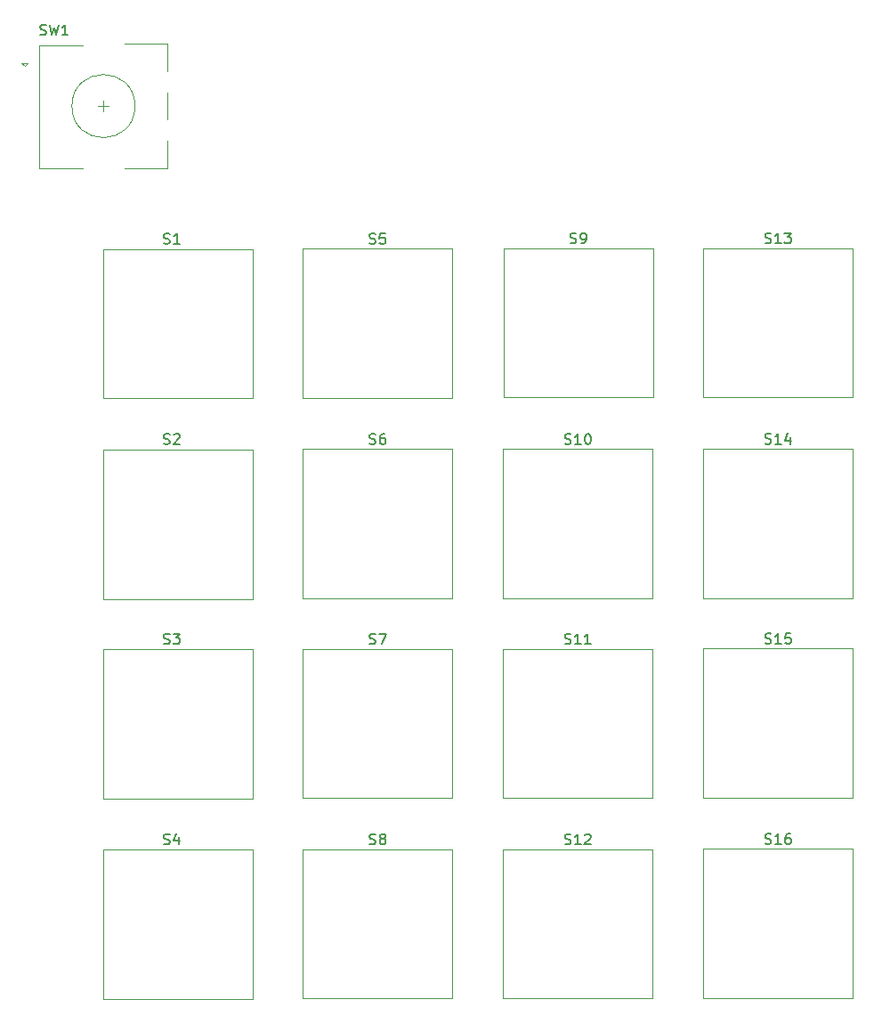
<source format=gbr>
%TF.GenerationSoftware,KiCad,Pcbnew,8.0.5*%
%TF.CreationDate,2024-10-27T13:39:58+01:00*%
%TF.ProjectId,V4.0HackPad,56342e30-4861-4636-9b50-61642e6b6963,3*%
%TF.SameCoordinates,Original*%
%TF.FileFunction,Legend,Top*%
%TF.FilePolarity,Positive*%
%FSLAX46Y46*%
G04 Gerber Fmt 4.6, Leading zero omitted, Abs format (unit mm)*
G04 Created by KiCad (PCBNEW 8.0.5) date 2024-10-27 13:39:58*
%MOMM*%
%LPD*%
G01*
G04 APERTURE LIST*
%ADD10C,0.150000*%
%ADD11C,0.120000*%
G04 APERTURE END LIST*
D10*
X93966667Y-50707200D02*
X94109524Y-50754819D01*
X94109524Y-50754819D02*
X94347619Y-50754819D01*
X94347619Y-50754819D02*
X94442857Y-50707200D01*
X94442857Y-50707200D02*
X94490476Y-50659580D01*
X94490476Y-50659580D02*
X94538095Y-50564342D01*
X94538095Y-50564342D02*
X94538095Y-50469104D01*
X94538095Y-50469104D02*
X94490476Y-50373866D01*
X94490476Y-50373866D02*
X94442857Y-50326247D01*
X94442857Y-50326247D02*
X94347619Y-50278628D01*
X94347619Y-50278628D02*
X94157143Y-50231009D01*
X94157143Y-50231009D02*
X94061905Y-50183390D01*
X94061905Y-50183390D02*
X94014286Y-50135771D01*
X94014286Y-50135771D02*
X93966667Y-50040533D01*
X93966667Y-50040533D02*
X93966667Y-49945295D01*
X93966667Y-49945295D02*
X94014286Y-49850057D01*
X94014286Y-49850057D02*
X94061905Y-49802438D01*
X94061905Y-49802438D02*
X94157143Y-49754819D01*
X94157143Y-49754819D02*
X94395238Y-49754819D01*
X94395238Y-49754819D02*
X94538095Y-49802438D01*
X94871429Y-49754819D02*
X95109524Y-50754819D01*
X95109524Y-50754819D02*
X95300000Y-50040533D01*
X95300000Y-50040533D02*
X95490476Y-50754819D01*
X95490476Y-50754819D02*
X95728572Y-49754819D01*
X96633333Y-50754819D02*
X96061905Y-50754819D01*
X96347619Y-50754819D02*
X96347619Y-49754819D01*
X96347619Y-49754819D02*
X96252381Y-49897676D01*
X96252381Y-49897676D02*
X96157143Y-49992914D01*
X96157143Y-49992914D02*
X96061905Y-50040533D01*
X162931905Y-89577200D02*
X163074762Y-89624819D01*
X163074762Y-89624819D02*
X163312857Y-89624819D01*
X163312857Y-89624819D02*
X163408095Y-89577200D01*
X163408095Y-89577200D02*
X163455714Y-89529580D01*
X163455714Y-89529580D02*
X163503333Y-89434342D01*
X163503333Y-89434342D02*
X163503333Y-89339104D01*
X163503333Y-89339104D02*
X163455714Y-89243866D01*
X163455714Y-89243866D02*
X163408095Y-89196247D01*
X163408095Y-89196247D02*
X163312857Y-89148628D01*
X163312857Y-89148628D02*
X163122381Y-89101009D01*
X163122381Y-89101009D02*
X163027143Y-89053390D01*
X163027143Y-89053390D02*
X162979524Y-89005771D01*
X162979524Y-89005771D02*
X162931905Y-88910533D01*
X162931905Y-88910533D02*
X162931905Y-88815295D01*
X162931905Y-88815295D02*
X162979524Y-88720057D01*
X162979524Y-88720057D02*
X163027143Y-88672438D01*
X163027143Y-88672438D02*
X163122381Y-88624819D01*
X163122381Y-88624819D02*
X163360476Y-88624819D01*
X163360476Y-88624819D02*
X163503333Y-88672438D01*
X164455714Y-89624819D02*
X163884286Y-89624819D01*
X164170000Y-89624819D02*
X164170000Y-88624819D01*
X164170000Y-88624819D02*
X164074762Y-88767676D01*
X164074762Y-88767676D02*
X163979524Y-88862914D01*
X163979524Y-88862914D02*
X163884286Y-88910533D01*
X165312857Y-88958152D02*
X165312857Y-89624819D01*
X165074762Y-88577200D02*
X164836667Y-89291485D01*
X164836667Y-89291485D02*
X165455714Y-89291485D01*
X105728095Y-89617200D02*
X105870952Y-89664819D01*
X105870952Y-89664819D02*
X106109047Y-89664819D01*
X106109047Y-89664819D02*
X106204285Y-89617200D01*
X106204285Y-89617200D02*
X106251904Y-89569580D01*
X106251904Y-89569580D02*
X106299523Y-89474342D01*
X106299523Y-89474342D02*
X106299523Y-89379104D01*
X106299523Y-89379104D02*
X106251904Y-89283866D01*
X106251904Y-89283866D02*
X106204285Y-89236247D01*
X106204285Y-89236247D02*
X106109047Y-89188628D01*
X106109047Y-89188628D02*
X105918571Y-89141009D01*
X105918571Y-89141009D02*
X105823333Y-89093390D01*
X105823333Y-89093390D02*
X105775714Y-89045771D01*
X105775714Y-89045771D02*
X105728095Y-88950533D01*
X105728095Y-88950533D02*
X105728095Y-88855295D01*
X105728095Y-88855295D02*
X105775714Y-88760057D01*
X105775714Y-88760057D02*
X105823333Y-88712438D01*
X105823333Y-88712438D02*
X105918571Y-88664819D01*
X105918571Y-88664819D02*
X106156666Y-88664819D01*
X106156666Y-88664819D02*
X106299523Y-88712438D01*
X106680476Y-88760057D02*
X106728095Y-88712438D01*
X106728095Y-88712438D02*
X106823333Y-88664819D01*
X106823333Y-88664819D02*
X107061428Y-88664819D01*
X107061428Y-88664819D02*
X107156666Y-88712438D01*
X107156666Y-88712438D02*
X107204285Y-88760057D01*
X107204285Y-88760057D02*
X107251904Y-88855295D01*
X107251904Y-88855295D02*
X107251904Y-88950533D01*
X107251904Y-88950533D02*
X107204285Y-89093390D01*
X107204285Y-89093390D02*
X106632857Y-89664819D01*
X106632857Y-89664819D02*
X107251904Y-89664819D01*
X143881905Y-108617200D02*
X144024762Y-108664819D01*
X144024762Y-108664819D02*
X144262857Y-108664819D01*
X144262857Y-108664819D02*
X144358095Y-108617200D01*
X144358095Y-108617200D02*
X144405714Y-108569580D01*
X144405714Y-108569580D02*
X144453333Y-108474342D01*
X144453333Y-108474342D02*
X144453333Y-108379104D01*
X144453333Y-108379104D02*
X144405714Y-108283866D01*
X144405714Y-108283866D02*
X144358095Y-108236247D01*
X144358095Y-108236247D02*
X144262857Y-108188628D01*
X144262857Y-108188628D02*
X144072381Y-108141009D01*
X144072381Y-108141009D02*
X143977143Y-108093390D01*
X143977143Y-108093390D02*
X143929524Y-108045771D01*
X143929524Y-108045771D02*
X143881905Y-107950533D01*
X143881905Y-107950533D02*
X143881905Y-107855295D01*
X143881905Y-107855295D02*
X143929524Y-107760057D01*
X143929524Y-107760057D02*
X143977143Y-107712438D01*
X143977143Y-107712438D02*
X144072381Y-107664819D01*
X144072381Y-107664819D02*
X144310476Y-107664819D01*
X144310476Y-107664819D02*
X144453333Y-107712438D01*
X145405714Y-108664819D02*
X144834286Y-108664819D01*
X145120000Y-108664819D02*
X145120000Y-107664819D01*
X145120000Y-107664819D02*
X145024762Y-107807676D01*
X145024762Y-107807676D02*
X144929524Y-107902914D01*
X144929524Y-107902914D02*
X144834286Y-107950533D01*
X146358095Y-108664819D02*
X145786667Y-108664819D01*
X146072381Y-108664819D02*
X146072381Y-107664819D01*
X146072381Y-107664819D02*
X145977143Y-107807676D01*
X145977143Y-107807676D02*
X145881905Y-107902914D01*
X145881905Y-107902914D02*
X145786667Y-107950533D01*
X143881905Y-89617200D02*
X144024762Y-89664819D01*
X144024762Y-89664819D02*
X144262857Y-89664819D01*
X144262857Y-89664819D02*
X144358095Y-89617200D01*
X144358095Y-89617200D02*
X144405714Y-89569580D01*
X144405714Y-89569580D02*
X144453333Y-89474342D01*
X144453333Y-89474342D02*
X144453333Y-89379104D01*
X144453333Y-89379104D02*
X144405714Y-89283866D01*
X144405714Y-89283866D02*
X144358095Y-89236247D01*
X144358095Y-89236247D02*
X144262857Y-89188628D01*
X144262857Y-89188628D02*
X144072381Y-89141009D01*
X144072381Y-89141009D02*
X143977143Y-89093390D01*
X143977143Y-89093390D02*
X143929524Y-89045771D01*
X143929524Y-89045771D02*
X143881905Y-88950533D01*
X143881905Y-88950533D02*
X143881905Y-88855295D01*
X143881905Y-88855295D02*
X143929524Y-88760057D01*
X143929524Y-88760057D02*
X143977143Y-88712438D01*
X143977143Y-88712438D02*
X144072381Y-88664819D01*
X144072381Y-88664819D02*
X144310476Y-88664819D01*
X144310476Y-88664819D02*
X144453333Y-88712438D01*
X145405714Y-89664819D02*
X144834286Y-89664819D01*
X145120000Y-89664819D02*
X145120000Y-88664819D01*
X145120000Y-88664819D02*
X145024762Y-88807676D01*
X145024762Y-88807676D02*
X144929524Y-88902914D01*
X144929524Y-88902914D02*
X144834286Y-88950533D01*
X146024762Y-88664819D02*
X146120000Y-88664819D01*
X146120000Y-88664819D02*
X146215238Y-88712438D01*
X146215238Y-88712438D02*
X146262857Y-88760057D01*
X146262857Y-88760057D02*
X146310476Y-88855295D01*
X146310476Y-88855295D02*
X146358095Y-89045771D01*
X146358095Y-89045771D02*
X146358095Y-89283866D01*
X146358095Y-89283866D02*
X146310476Y-89474342D01*
X146310476Y-89474342D02*
X146262857Y-89569580D01*
X146262857Y-89569580D02*
X146215238Y-89617200D01*
X146215238Y-89617200D02*
X146120000Y-89664819D01*
X146120000Y-89664819D02*
X146024762Y-89664819D01*
X146024762Y-89664819D02*
X145929524Y-89617200D01*
X145929524Y-89617200D02*
X145881905Y-89569580D01*
X145881905Y-89569580D02*
X145834286Y-89474342D01*
X145834286Y-89474342D02*
X145786667Y-89283866D01*
X145786667Y-89283866D02*
X145786667Y-89045771D01*
X145786667Y-89045771D02*
X145834286Y-88855295D01*
X145834286Y-88855295D02*
X145881905Y-88760057D01*
X145881905Y-88760057D02*
X145929524Y-88712438D01*
X145929524Y-88712438D02*
X146024762Y-88664819D01*
X125308095Y-70557200D02*
X125450952Y-70604819D01*
X125450952Y-70604819D02*
X125689047Y-70604819D01*
X125689047Y-70604819D02*
X125784285Y-70557200D01*
X125784285Y-70557200D02*
X125831904Y-70509580D01*
X125831904Y-70509580D02*
X125879523Y-70414342D01*
X125879523Y-70414342D02*
X125879523Y-70319104D01*
X125879523Y-70319104D02*
X125831904Y-70223866D01*
X125831904Y-70223866D02*
X125784285Y-70176247D01*
X125784285Y-70176247D02*
X125689047Y-70128628D01*
X125689047Y-70128628D02*
X125498571Y-70081009D01*
X125498571Y-70081009D02*
X125403333Y-70033390D01*
X125403333Y-70033390D02*
X125355714Y-69985771D01*
X125355714Y-69985771D02*
X125308095Y-69890533D01*
X125308095Y-69890533D02*
X125308095Y-69795295D01*
X125308095Y-69795295D02*
X125355714Y-69700057D01*
X125355714Y-69700057D02*
X125403333Y-69652438D01*
X125403333Y-69652438D02*
X125498571Y-69604819D01*
X125498571Y-69604819D02*
X125736666Y-69604819D01*
X125736666Y-69604819D02*
X125879523Y-69652438D01*
X126784285Y-69604819D02*
X126308095Y-69604819D01*
X126308095Y-69604819D02*
X126260476Y-70081009D01*
X126260476Y-70081009D02*
X126308095Y-70033390D01*
X126308095Y-70033390D02*
X126403333Y-69985771D01*
X126403333Y-69985771D02*
X126641428Y-69985771D01*
X126641428Y-69985771D02*
X126736666Y-70033390D01*
X126736666Y-70033390D02*
X126784285Y-70081009D01*
X126784285Y-70081009D02*
X126831904Y-70176247D01*
X126831904Y-70176247D02*
X126831904Y-70414342D01*
X126831904Y-70414342D02*
X126784285Y-70509580D01*
X126784285Y-70509580D02*
X126736666Y-70557200D01*
X126736666Y-70557200D02*
X126641428Y-70604819D01*
X126641428Y-70604819D02*
X126403333Y-70604819D01*
X126403333Y-70604819D02*
X126308095Y-70557200D01*
X126308095Y-70557200D02*
X126260476Y-70509580D01*
X162931905Y-108577200D02*
X163074762Y-108624819D01*
X163074762Y-108624819D02*
X163312857Y-108624819D01*
X163312857Y-108624819D02*
X163408095Y-108577200D01*
X163408095Y-108577200D02*
X163455714Y-108529580D01*
X163455714Y-108529580D02*
X163503333Y-108434342D01*
X163503333Y-108434342D02*
X163503333Y-108339104D01*
X163503333Y-108339104D02*
X163455714Y-108243866D01*
X163455714Y-108243866D02*
X163408095Y-108196247D01*
X163408095Y-108196247D02*
X163312857Y-108148628D01*
X163312857Y-108148628D02*
X163122381Y-108101009D01*
X163122381Y-108101009D02*
X163027143Y-108053390D01*
X163027143Y-108053390D02*
X162979524Y-108005771D01*
X162979524Y-108005771D02*
X162931905Y-107910533D01*
X162931905Y-107910533D02*
X162931905Y-107815295D01*
X162931905Y-107815295D02*
X162979524Y-107720057D01*
X162979524Y-107720057D02*
X163027143Y-107672438D01*
X163027143Y-107672438D02*
X163122381Y-107624819D01*
X163122381Y-107624819D02*
X163360476Y-107624819D01*
X163360476Y-107624819D02*
X163503333Y-107672438D01*
X164455714Y-108624819D02*
X163884286Y-108624819D01*
X164170000Y-108624819D02*
X164170000Y-107624819D01*
X164170000Y-107624819D02*
X164074762Y-107767676D01*
X164074762Y-107767676D02*
X163979524Y-107862914D01*
X163979524Y-107862914D02*
X163884286Y-107910533D01*
X165360476Y-107624819D02*
X164884286Y-107624819D01*
X164884286Y-107624819D02*
X164836667Y-108101009D01*
X164836667Y-108101009D02*
X164884286Y-108053390D01*
X164884286Y-108053390D02*
X164979524Y-108005771D01*
X164979524Y-108005771D02*
X165217619Y-108005771D01*
X165217619Y-108005771D02*
X165312857Y-108053390D01*
X165312857Y-108053390D02*
X165360476Y-108101009D01*
X165360476Y-108101009D02*
X165408095Y-108196247D01*
X165408095Y-108196247D02*
X165408095Y-108434342D01*
X165408095Y-108434342D02*
X165360476Y-108529580D01*
X165360476Y-108529580D02*
X165312857Y-108577200D01*
X165312857Y-108577200D02*
X165217619Y-108624819D01*
X165217619Y-108624819D02*
X164979524Y-108624819D01*
X164979524Y-108624819D02*
X164884286Y-108577200D01*
X164884286Y-108577200D02*
X164836667Y-108529580D01*
X162931905Y-127617200D02*
X163074762Y-127664819D01*
X163074762Y-127664819D02*
X163312857Y-127664819D01*
X163312857Y-127664819D02*
X163408095Y-127617200D01*
X163408095Y-127617200D02*
X163455714Y-127569580D01*
X163455714Y-127569580D02*
X163503333Y-127474342D01*
X163503333Y-127474342D02*
X163503333Y-127379104D01*
X163503333Y-127379104D02*
X163455714Y-127283866D01*
X163455714Y-127283866D02*
X163408095Y-127236247D01*
X163408095Y-127236247D02*
X163312857Y-127188628D01*
X163312857Y-127188628D02*
X163122381Y-127141009D01*
X163122381Y-127141009D02*
X163027143Y-127093390D01*
X163027143Y-127093390D02*
X162979524Y-127045771D01*
X162979524Y-127045771D02*
X162931905Y-126950533D01*
X162931905Y-126950533D02*
X162931905Y-126855295D01*
X162931905Y-126855295D02*
X162979524Y-126760057D01*
X162979524Y-126760057D02*
X163027143Y-126712438D01*
X163027143Y-126712438D02*
X163122381Y-126664819D01*
X163122381Y-126664819D02*
X163360476Y-126664819D01*
X163360476Y-126664819D02*
X163503333Y-126712438D01*
X164455714Y-127664819D02*
X163884286Y-127664819D01*
X164170000Y-127664819D02*
X164170000Y-126664819D01*
X164170000Y-126664819D02*
X164074762Y-126807676D01*
X164074762Y-126807676D02*
X163979524Y-126902914D01*
X163979524Y-126902914D02*
X163884286Y-126950533D01*
X165312857Y-126664819D02*
X165122381Y-126664819D01*
X165122381Y-126664819D02*
X165027143Y-126712438D01*
X165027143Y-126712438D02*
X164979524Y-126760057D01*
X164979524Y-126760057D02*
X164884286Y-126902914D01*
X164884286Y-126902914D02*
X164836667Y-127093390D01*
X164836667Y-127093390D02*
X164836667Y-127474342D01*
X164836667Y-127474342D02*
X164884286Y-127569580D01*
X164884286Y-127569580D02*
X164931905Y-127617200D01*
X164931905Y-127617200D02*
X165027143Y-127664819D01*
X165027143Y-127664819D02*
X165217619Y-127664819D01*
X165217619Y-127664819D02*
X165312857Y-127617200D01*
X165312857Y-127617200D02*
X165360476Y-127569580D01*
X165360476Y-127569580D02*
X165408095Y-127474342D01*
X165408095Y-127474342D02*
X165408095Y-127236247D01*
X165408095Y-127236247D02*
X165360476Y-127141009D01*
X165360476Y-127141009D02*
X165312857Y-127093390D01*
X165312857Y-127093390D02*
X165217619Y-127045771D01*
X165217619Y-127045771D02*
X165027143Y-127045771D01*
X165027143Y-127045771D02*
X164931905Y-127093390D01*
X164931905Y-127093390D02*
X164884286Y-127141009D01*
X164884286Y-127141009D02*
X164836667Y-127236247D01*
X162931905Y-70517200D02*
X163074762Y-70564819D01*
X163074762Y-70564819D02*
X163312857Y-70564819D01*
X163312857Y-70564819D02*
X163408095Y-70517200D01*
X163408095Y-70517200D02*
X163455714Y-70469580D01*
X163455714Y-70469580D02*
X163503333Y-70374342D01*
X163503333Y-70374342D02*
X163503333Y-70279104D01*
X163503333Y-70279104D02*
X163455714Y-70183866D01*
X163455714Y-70183866D02*
X163408095Y-70136247D01*
X163408095Y-70136247D02*
X163312857Y-70088628D01*
X163312857Y-70088628D02*
X163122381Y-70041009D01*
X163122381Y-70041009D02*
X163027143Y-69993390D01*
X163027143Y-69993390D02*
X162979524Y-69945771D01*
X162979524Y-69945771D02*
X162931905Y-69850533D01*
X162931905Y-69850533D02*
X162931905Y-69755295D01*
X162931905Y-69755295D02*
X162979524Y-69660057D01*
X162979524Y-69660057D02*
X163027143Y-69612438D01*
X163027143Y-69612438D02*
X163122381Y-69564819D01*
X163122381Y-69564819D02*
X163360476Y-69564819D01*
X163360476Y-69564819D02*
X163503333Y-69612438D01*
X164455714Y-70564819D02*
X163884286Y-70564819D01*
X164170000Y-70564819D02*
X164170000Y-69564819D01*
X164170000Y-69564819D02*
X164074762Y-69707676D01*
X164074762Y-69707676D02*
X163979524Y-69802914D01*
X163979524Y-69802914D02*
X163884286Y-69850533D01*
X164789048Y-69564819D02*
X165408095Y-69564819D01*
X165408095Y-69564819D02*
X165074762Y-69945771D01*
X165074762Y-69945771D02*
X165217619Y-69945771D01*
X165217619Y-69945771D02*
X165312857Y-69993390D01*
X165312857Y-69993390D02*
X165360476Y-70041009D01*
X165360476Y-70041009D02*
X165408095Y-70136247D01*
X165408095Y-70136247D02*
X165408095Y-70374342D01*
X165408095Y-70374342D02*
X165360476Y-70469580D01*
X165360476Y-70469580D02*
X165312857Y-70517200D01*
X165312857Y-70517200D02*
X165217619Y-70564819D01*
X165217619Y-70564819D02*
X164931905Y-70564819D01*
X164931905Y-70564819D02*
X164836667Y-70517200D01*
X164836667Y-70517200D02*
X164789048Y-70469580D01*
X125318095Y-127657200D02*
X125460952Y-127704819D01*
X125460952Y-127704819D02*
X125699047Y-127704819D01*
X125699047Y-127704819D02*
X125794285Y-127657200D01*
X125794285Y-127657200D02*
X125841904Y-127609580D01*
X125841904Y-127609580D02*
X125889523Y-127514342D01*
X125889523Y-127514342D02*
X125889523Y-127419104D01*
X125889523Y-127419104D02*
X125841904Y-127323866D01*
X125841904Y-127323866D02*
X125794285Y-127276247D01*
X125794285Y-127276247D02*
X125699047Y-127228628D01*
X125699047Y-127228628D02*
X125508571Y-127181009D01*
X125508571Y-127181009D02*
X125413333Y-127133390D01*
X125413333Y-127133390D02*
X125365714Y-127085771D01*
X125365714Y-127085771D02*
X125318095Y-126990533D01*
X125318095Y-126990533D02*
X125318095Y-126895295D01*
X125318095Y-126895295D02*
X125365714Y-126800057D01*
X125365714Y-126800057D02*
X125413333Y-126752438D01*
X125413333Y-126752438D02*
X125508571Y-126704819D01*
X125508571Y-126704819D02*
X125746666Y-126704819D01*
X125746666Y-126704819D02*
X125889523Y-126752438D01*
X126460952Y-127133390D02*
X126365714Y-127085771D01*
X126365714Y-127085771D02*
X126318095Y-127038152D01*
X126318095Y-127038152D02*
X126270476Y-126942914D01*
X126270476Y-126942914D02*
X126270476Y-126895295D01*
X126270476Y-126895295D02*
X126318095Y-126800057D01*
X126318095Y-126800057D02*
X126365714Y-126752438D01*
X126365714Y-126752438D02*
X126460952Y-126704819D01*
X126460952Y-126704819D02*
X126651428Y-126704819D01*
X126651428Y-126704819D02*
X126746666Y-126752438D01*
X126746666Y-126752438D02*
X126794285Y-126800057D01*
X126794285Y-126800057D02*
X126841904Y-126895295D01*
X126841904Y-126895295D02*
X126841904Y-126942914D01*
X126841904Y-126942914D02*
X126794285Y-127038152D01*
X126794285Y-127038152D02*
X126746666Y-127085771D01*
X126746666Y-127085771D02*
X126651428Y-127133390D01*
X126651428Y-127133390D02*
X126460952Y-127133390D01*
X126460952Y-127133390D02*
X126365714Y-127181009D01*
X126365714Y-127181009D02*
X126318095Y-127228628D01*
X126318095Y-127228628D02*
X126270476Y-127323866D01*
X126270476Y-127323866D02*
X126270476Y-127514342D01*
X126270476Y-127514342D02*
X126318095Y-127609580D01*
X126318095Y-127609580D02*
X126365714Y-127657200D01*
X126365714Y-127657200D02*
X126460952Y-127704819D01*
X126460952Y-127704819D02*
X126651428Y-127704819D01*
X126651428Y-127704819D02*
X126746666Y-127657200D01*
X126746666Y-127657200D02*
X126794285Y-127609580D01*
X126794285Y-127609580D02*
X126841904Y-127514342D01*
X126841904Y-127514342D02*
X126841904Y-127323866D01*
X126841904Y-127323866D02*
X126794285Y-127228628D01*
X126794285Y-127228628D02*
X126746666Y-127181009D01*
X126746666Y-127181009D02*
X126651428Y-127133390D01*
X105728095Y-108617200D02*
X105870952Y-108664819D01*
X105870952Y-108664819D02*
X106109047Y-108664819D01*
X106109047Y-108664819D02*
X106204285Y-108617200D01*
X106204285Y-108617200D02*
X106251904Y-108569580D01*
X106251904Y-108569580D02*
X106299523Y-108474342D01*
X106299523Y-108474342D02*
X106299523Y-108379104D01*
X106299523Y-108379104D02*
X106251904Y-108283866D01*
X106251904Y-108283866D02*
X106204285Y-108236247D01*
X106204285Y-108236247D02*
X106109047Y-108188628D01*
X106109047Y-108188628D02*
X105918571Y-108141009D01*
X105918571Y-108141009D02*
X105823333Y-108093390D01*
X105823333Y-108093390D02*
X105775714Y-108045771D01*
X105775714Y-108045771D02*
X105728095Y-107950533D01*
X105728095Y-107950533D02*
X105728095Y-107855295D01*
X105728095Y-107855295D02*
X105775714Y-107760057D01*
X105775714Y-107760057D02*
X105823333Y-107712438D01*
X105823333Y-107712438D02*
X105918571Y-107664819D01*
X105918571Y-107664819D02*
X106156666Y-107664819D01*
X106156666Y-107664819D02*
X106299523Y-107712438D01*
X106632857Y-107664819D02*
X107251904Y-107664819D01*
X107251904Y-107664819D02*
X106918571Y-108045771D01*
X106918571Y-108045771D02*
X107061428Y-108045771D01*
X107061428Y-108045771D02*
X107156666Y-108093390D01*
X107156666Y-108093390D02*
X107204285Y-108141009D01*
X107204285Y-108141009D02*
X107251904Y-108236247D01*
X107251904Y-108236247D02*
X107251904Y-108474342D01*
X107251904Y-108474342D02*
X107204285Y-108569580D01*
X107204285Y-108569580D02*
X107156666Y-108617200D01*
X107156666Y-108617200D02*
X107061428Y-108664819D01*
X107061428Y-108664819D02*
X106775714Y-108664819D01*
X106775714Y-108664819D02*
X106680476Y-108617200D01*
X106680476Y-108617200D02*
X106632857Y-108569580D01*
X105728095Y-127657200D02*
X105870952Y-127704819D01*
X105870952Y-127704819D02*
X106109047Y-127704819D01*
X106109047Y-127704819D02*
X106204285Y-127657200D01*
X106204285Y-127657200D02*
X106251904Y-127609580D01*
X106251904Y-127609580D02*
X106299523Y-127514342D01*
X106299523Y-127514342D02*
X106299523Y-127419104D01*
X106299523Y-127419104D02*
X106251904Y-127323866D01*
X106251904Y-127323866D02*
X106204285Y-127276247D01*
X106204285Y-127276247D02*
X106109047Y-127228628D01*
X106109047Y-127228628D02*
X105918571Y-127181009D01*
X105918571Y-127181009D02*
X105823333Y-127133390D01*
X105823333Y-127133390D02*
X105775714Y-127085771D01*
X105775714Y-127085771D02*
X105728095Y-126990533D01*
X105728095Y-126990533D02*
X105728095Y-126895295D01*
X105728095Y-126895295D02*
X105775714Y-126800057D01*
X105775714Y-126800057D02*
X105823333Y-126752438D01*
X105823333Y-126752438D02*
X105918571Y-126704819D01*
X105918571Y-126704819D02*
X106156666Y-126704819D01*
X106156666Y-126704819D02*
X106299523Y-126752438D01*
X107156666Y-127038152D02*
X107156666Y-127704819D01*
X106918571Y-126657200D02*
X106680476Y-127371485D01*
X106680476Y-127371485D02*
X107299523Y-127371485D01*
X143881905Y-127657200D02*
X144024762Y-127704819D01*
X144024762Y-127704819D02*
X144262857Y-127704819D01*
X144262857Y-127704819D02*
X144358095Y-127657200D01*
X144358095Y-127657200D02*
X144405714Y-127609580D01*
X144405714Y-127609580D02*
X144453333Y-127514342D01*
X144453333Y-127514342D02*
X144453333Y-127419104D01*
X144453333Y-127419104D02*
X144405714Y-127323866D01*
X144405714Y-127323866D02*
X144358095Y-127276247D01*
X144358095Y-127276247D02*
X144262857Y-127228628D01*
X144262857Y-127228628D02*
X144072381Y-127181009D01*
X144072381Y-127181009D02*
X143977143Y-127133390D01*
X143977143Y-127133390D02*
X143929524Y-127085771D01*
X143929524Y-127085771D02*
X143881905Y-126990533D01*
X143881905Y-126990533D02*
X143881905Y-126895295D01*
X143881905Y-126895295D02*
X143929524Y-126800057D01*
X143929524Y-126800057D02*
X143977143Y-126752438D01*
X143977143Y-126752438D02*
X144072381Y-126704819D01*
X144072381Y-126704819D02*
X144310476Y-126704819D01*
X144310476Y-126704819D02*
X144453333Y-126752438D01*
X145405714Y-127704819D02*
X144834286Y-127704819D01*
X145120000Y-127704819D02*
X145120000Y-126704819D01*
X145120000Y-126704819D02*
X145024762Y-126847676D01*
X145024762Y-126847676D02*
X144929524Y-126942914D01*
X144929524Y-126942914D02*
X144834286Y-126990533D01*
X145786667Y-126800057D02*
X145834286Y-126752438D01*
X145834286Y-126752438D02*
X145929524Y-126704819D01*
X145929524Y-126704819D02*
X146167619Y-126704819D01*
X146167619Y-126704819D02*
X146262857Y-126752438D01*
X146262857Y-126752438D02*
X146310476Y-126800057D01*
X146310476Y-126800057D02*
X146358095Y-126895295D01*
X146358095Y-126895295D02*
X146358095Y-126990533D01*
X146358095Y-126990533D02*
X146310476Y-127133390D01*
X146310476Y-127133390D02*
X145739048Y-127704819D01*
X145739048Y-127704819D02*
X146358095Y-127704819D01*
X125318095Y-89617200D02*
X125460952Y-89664819D01*
X125460952Y-89664819D02*
X125699047Y-89664819D01*
X125699047Y-89664819D02*
X125794285Y-89617200D01*
X125794285Y-89617200D02*
X125841904Y-89569580D01*
X125841904Y-89569580D02*
X125889523Y-89474342D01*
X125889523Y-89474342D02*
X125889523Y-89379104D01*
X125889523Y-89379104D02*
X125841904Y-89283866D01*
X125841904Y-89283866D02*
X125794285Y-89236247D01*
X125794285Y-89236247D02*
X125699047Y-89188628D01*
X125699047Y-89188628D02*
X125508571Y-89141009D01*
X125508571Y-89141009D02*
X125413333Y-89093390D01*
X125413333Y-89093390D02*
X125365714Y-89045771D01*
X125365714Y-89045771D02*
X125318095Y-88950533D01*
X125318095Y-88950533D02*
X125318095Y-88855295D01*
X125318095Y-88855295D02*
X125365714Y-88760057D01*
X125365714Y-88760057D02*
X125413333Y-88712438D01*
X125413333Y-88712438D02*
X125508571Y-88664819D01*
X125508571Y-88664819D02*
X125746666Y-88664819D01*
X125746666Y-88664819D02*
X125889523Y-88712438D01*
X126746666Y-88664819D02*
X126556190Y-88664819D01*
X126556190Y-88664819D02*
X126460952Y-88712438D01*
X126460952Y-88712438D02*
X126413333Y-88760057D01*
X126413333Y-88760057D02*
X126318095Y-88902914D01*
X126318095Y-88902914D02*
X126270476Y-89093390D01*
X126270476Y-89093390D02*
X126270476Y-89474342D01*
X126270476Y-89474342D02*
X126318095Y-89569580D01*
X126318095Y-89569580D02*
X126365714Y-89617200D01*
X126365714Y-89617200D02*
X126460952Y-89664819D01*
X126460952Y-89664819D02*
X126651428Y-89664819D01*
X126651428Y-89664819D02*
X126746666Y-89617200D01*
X126746666Y-89617200D02*
X126794285Y-89569580D01*
X126794285Y-89569580D02*
X126841904Y-89474342D01*
X126841904Y-89474342D02*
X126841904Y-89236247D01*
X126841904Y-89236247D02*
X126794285Y-89141009D01*
X126794285Y-89141009D02*
X126746666Y-89093390D01*
X126746666Y-89093390D02*
X126651428Y-89045771D01*
X126651428Y-89045771D02*
X126460952Y-89045771D01*
X126460952Y-89045771D02*
X126365714Y-89093390D01*
X126365714Y-89093390D02*
X126318095Y-89141009D01*
X126318095Y-89141009D02*
X126270476Y-89236247D01*
X105728095Y-70557200D02*
X105870952Y-70604819D01*
X105870952Y-70604819D02*
X106109047Y-70604819D01*
X106109047Y-70604819D02*
X106204285Y-70557200D01*
X106204285Y-70557200D02*
X106251904Y-70509580D01*
X106251904Y-70509580D02*
X106299523Y-70414342D01*
X106299523Y-70414342D02*
X106299523Y-70319104D01*
X106299523Y-70319104D02*
X106251904Y-70223866D01*
X106251904Y-70223866D02*
X106204285Y-70176247D01*
X106204285Y-70176247D02*
X106109047Y-70128628D01*
X106109047Y-70128628D02*
X105918571Y-70081009D01*
X105918571Y-70081009D02*
X105823333Y-70033390D01*
X105823333Y-70033390D02*
X105775714Y-69985771D01*
X105775714Y-69985771D02*
X105728095Y-69890533D01*
X105728095Y-69890533D02*
X105728095Y-69795295D01*
X105728095Y-69795295D02*
X105775714Y-69700057D01*
X105775714Y-69700057D02*
X105823333Y-69652438D01*
X105823333Y-69652438D02*
X105918571Y-69604819D01*
X105918571Y-69604819D02*
X106156666Y-69604819D01*
X106156666Y-69604819D02*
X106299523Y-69652438D01*
X107251904Y-70604819D02*
X106680476Y-70604819D01*
X106966190Y-70604819D02*
X106966190Y-69604819D01*
X106966190Y-69604819D02*
X106870952Y-69747676D01*
X106870952Y-69747676D02*
X106775714Y-69842914D01*
X106775714Y-69842914D02*
X106680476Y-69890533D01*
X125318095Y-108617200D02*
X125460952Y-108664819D01*
X125460952Y-108664819D02*
X125699047Y-108664819D01*
X125699047Y-108664819D02*
X125794285Y-108617200D01*
X125794285Y-108617200D02*
X125841904Y-108569580D01*
X125841904Y-108569580D02*
X125889523Y-108474342D01*
X125889523Y-108474342D02*
X125889523Y-108379104D01*
X125889523Y-108379104D02*
X125841904Y-108283866D01*
X125841904Y-108283866D02*
X125794285Y-108236247D01*
X125794285Y-108236247D02*
X125699047Y-108188628D01*
X125699047Y-108188628D02*
X125508571Y-108141009D01*
X125508571Y-108141009D02*
X125413333Y-108093390D01*
X125413333Y-108093390D02*
X125365714Y-108045771D01*
X125365714Y-108045771D02*
X125318095Y-107950533D01*
X125318095Y-107950533D02*
X125318095Y-107855295D01*
X125318095Y-107855295D02*
X125365714Y-107760057D01*
X125365714Y-107760057D02*
X125413333Y-107712438D01*
X125413333Y-107712438D02*
X125508571Y-107664819D01*
X125508571Y-107664819D02*
X125746666Y-107664819D01*
X125746666Y-107664819D02*
X125889523Y-107712438D01*
X126222857Y-107664819D02*
X126889523Y-107664819D01*
X126889523Y-107664819D02*
X126460952Y-108664819D01*
X144408095Y-70517200D02*
X144550952Y-70564819D01*
X144550952Y-70564819D02*
X144789047Y-70564819D01*
X144789047Y-70564819D02*
X144884285Y-70517200D01*
X144884285Y-70517200D02*
X144931904Y-70469580D01*
X144931904Y-70469580D02*
X144979523Y-70374342D01*
X144979523Y-70374342D02*
X144979523Y-70279104D01*
X144979523Y-70279104D02*
X144931904Y-70183866D01*
X144931904Y-70183866D02*
X144884285Y-70136247D01*
X144884285Y-70136247D02*
X144789047Y-70088628D01*
X144789047Y-70088628D02*
X144598571Y-70041009D01*
X144598571Y-70041009D02*
X144503333Y-69993390D01*
X144503333Y-69993390D02*
X144455714Y-69945771D01*
X144455714Y-69945771D02*
X144408095Y-69850533D01*
X144408095Y-69850533D02*
X144408095Y-69755295D01*
X144408095Y-69755295D02*
X144455714Y-69660057D01*
X144455714Y-69660057D02*
X144503333Y-69612438D01*
X144503333Y-69612438D02*
X144598571Y-69564819D01*
X144598571Y-69564819D02*
X144836666Y-69564819D01*
X144836666Y-69564819D02*
X144979523Y-69612438D01*
X145455714Y-70564819D02*
X145646190Y-70564819D01*
X145646190Y-70564819D02*
X145741428Y-70517200D01*
X145741428Y-70517200D02*
X145789047Y-70469580D01*
X145789047Y-70469580D02*
X145884285Y-70326723D01*
X145884285Y-70326723D02*
X145931904Y-70136247D01*
X145931904Y-70136247D02*
X145931904Y-69755295D01*
X145931904Y-69755295D02*
X145884285Y-69660057D01*
X145884285Y-69660057D02*
X145836666Y-69612438D01*
X145836666Y-69612438D02*
X145741428Y-69564819D01*
X145741428Y-69564819D02*
X145550952Y-69564819D01*
X145550952Y-69564819D02*
X145455714Y-69612438D01*
X145455714Y-69612438D02*
X145408095Y-69660057D01*
X145408095Y-69660057D02*
X145360476Y-69755295D01*
X145360476Y-69755295D02*
X145360476Y-69993390D01*
X145360476Y-69993390D02*
X145408095Y-70088628D01*
X145408095Y-70088628D02*
X145455714Y-70136247D01*
X145455714Y-70136247D02*
X145550952Y-70183866D01*
X145550952Y-70183866D02*
X145741428Y-70183866D01*
X145741428Y-70183866D02*
X145836666Y-70136247D01*
X145836666Y-70136247D02*
X145884285Y-70088628D01*
X145884285Y-70088628D02*
X145931904Y-69993390D01*
D11*
%TO.C,SW1*%
X92200000Y-53400000D02*
X92800000Y-53400000D01*
X92500000Y-53700000D02*
X92200000Y-53400000D01*
X92800000Y-53400000D02*
X92500000Y-53700000D01*
X93900000Y-51700000D02*
X93900000Y-63400000D01*
X98000000Y-51700000D02*
X93900000Y-51700000D01*
X98000000Y-63400000D02*
X93900000Y-63400000D01*
X99500000Y-57500000D02*
X100500000Y-57500000D01*
X100000000Y-57000000D02*
X100000000Y-58000000D01*
X102000000Y-51600000D02*
X106100000Y-51600000D01*
X106100000Y-51600000D02*
X106100000Y-54200000D01*
X106100000Y-56200000D02*
X106100000Y-58800000D01*
X106100000Y-60800000D02*
X106100000Y-63400000D01*
X106100000Y-63400000D02*
X102000000Y-63400000D01*
X103000000Y-57500000D02*
G75*
G02*
X97000000Y-57500000I-3000000J0D01*
G01*
X97000000Y-57500000D02*
G75*
G02*
X103000000Y-57500000I3000000J0D01*
G01*
%TO.C,S14*%
X157070000Y-90070000D02*
X157070000Y-104270000D01*
X157070000Y-104270000D02*
X171270000Y-104270000D01*
X171270000Y-90070000D02*
X157070000Y-90070000D01*
X171270000Y-104270000D02*
X171270000Y-90070000D01*
%TO.C,S2*%
X99970000Y-90160000D02*
X99970000Y-104360000D01*
X99970000Y-104360000D02*
X114170000Y-104360000D01*
X114170000Y-90160000D02*
X99970000Y-90160000D01*
X114170000Y-104360000D02*
X114170000Y-90160000D01*
%TO.C,S11*%
X138020000Y-109110000D02*
X138020000Y-123310000D01*
X138020000Y-123310000D02*
X152220000Y-123310000D01*
X152220000Y-109110000D02*
X138020000Y-109110000D01*
X152220000Y-123310000D02*
X152220000Y-109110000D01*
%TO.C,S10*%
X138020000Y-90110000D02*
X138020000Y-104310000D01*
X138020000Y-104310000D02*
X152220000Y-104310000D01*
X152220000Y-90110000D02*
X138020000Y-90110000D01*
X152220000Y-104310000D02*
X152220000Y-90110000D01*
%TO.C,S5*%
X118970000Y-71050000D02*
X118970000Y-85250000D01*
X118970000Y-85250000D02*
X133170000Y-85250000D01*
X133170000Y-71050000D02*
X118970000Y-71050000D01*
X133170000Y-85250000D02*
X133170000Y-71050000D01*
%TO.C,S15*%
X157070000Y-109070000D02*
X157070000Y-123270000D01*
X157070000Y-123270000D02*
X171270000Y-123270000D01*
X171270000Y-109070000D02*
X157070000Y-109070000D01*
X171270000Y-123270000D02*
X171270000Y-109070000D01*
%TO.C,S16*%
X157070000Y-128110000D02*
X157070000Y-142310000D01*
X157070000Y-142310000D02*
X171270000Y-142310000D01*
X171270000Y-128110000D02*
X157070000Y-128110000D01*
X171270000Y-142310000D02*
X171270000Y-128110000D01*
%TO.C,S13*%
X157070000Y-71010000D02*
X157070000Y-85210000D01*
X157070000Y-85210000D02*
X171270000Y-85210000D01*
X171270000Y-71010000D02*
X157070000Y-71010000D01*
X171270000Y-85210000D02*
X171270000Y-71010000D01*
%TO.C,S8*%
X118980000Y-128150000D02*
X118980000Y-142350000D01*
X118980000Y-142350000D02*
X133180000Y-142350000D01*
X133180000Y-128150000D02*
X118980000Y-128150000D01*
X133180000Y-142350000D02*
X133180000Y-128150000D01*
%TO.C,S3*%
X99970000Y-109160000D02*
X99970000Y-123360000D01*
X99970000Y-123360000D02*
X114170000Y-123360000D01*
X114170000Y-109160000D02*
X99970000Y-109160000D01*
X114170000Y-123360000D02*
X114170000Y-109160000D01*
%TO.C,S4*%
X99970000Y-128200000D02*
X99970000Y-142400000D01*
X99970000Y-142400000D02*
X114170000Y-142400000D01*
X114170000Y-128200000D02*
X99970000Y-128200000D01*
X114170000Y-142400000D02*
X114170000Y-128200000D01*
%TO.C,S12*%
X138020000Y-128150000D02*
X138020000Y-142350000D01*
X138020000Y-142350000D02*
X152220000Y-142350000D01*
X152220000Y-128150000D02*
X138020000Y-128150000D01*
X152220000Y-142350000D02*
X152220000Y-128150000D01*
%TO.C,S6*%
X118980000Y-90110000D02*
X118980000Y-104310000D01*
X118980000Y-104310000D02*
X133180000Y-104310000D01*
X133180000Y-90110000D02*
X118980000Y-90110000D01*
X133180000Y-104310000D02*
X133180000Y-90110000D01*
%TO.C,S1*%
X99970000Y-71100000D02*
X99970000Y-85300000D01*
X99970000Y-85300000D02*
X114170000Y-85300000D01*
X114170000Y-71100000D02*
X99970000Y-71100000D01*
X114170000Y-85300000D02*
X114170000Y-71100000D01*
%TO.C,S7*%
X118980000Y-109110000D02*
X118980000Y-123310000D01*
X118980000Y-123310000D02*
X133180000Y-123310000D01*
X133180000Y-109110000D02*
X118980000Y-109110000D01*
X133180000Y-123310000D02*
X133180000Y-109110000D01*
%TO.C,S9*%
X138070000Y-71010000D02*
X138070000Y-85210000D01*
X138070000Y-85210000D02*
X152270000Y-85210000D01*
X152270000Y-71010000D02*
X138070000Y-71010000D01*
X152270000Y-85210000D02*
X152270000Y-71010000D01*
%TD*%
M02*

</source>
